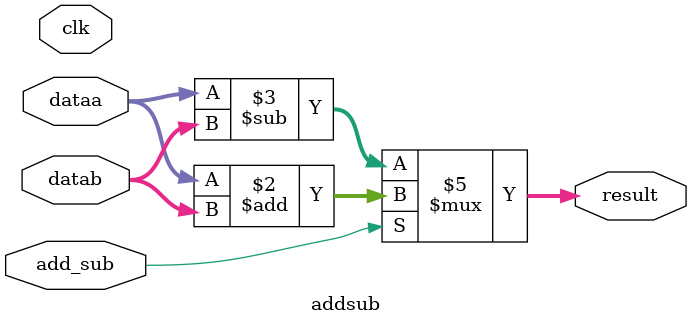
<source format=sv>
module addsub #(parameter dw=8)
(
  input [dw-1:0] dataa,		     // incoming operand
  input [dw-1:0] datab,
  input          add_sub,	     // 1: add; 0: subtract
  input          clk,			 // red herring
  output logic [dw-1:0] result	 // sum or difference
);

// fill in guts        
//add_sub       result
//1             dataa + datab;
//0             dataa - datab; 
always_comb begin  
if(add_sub) begin
	result = dataa + datab;
end else begin
	result = dataa - datab;
end

end
endmodule

</source>
